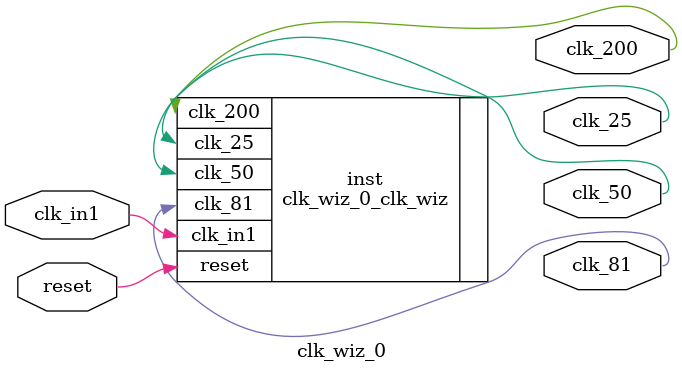
<source format=v>


`timescale 1ps/1ps

(* CORE_GENERATION_INFO = "clk_wiz_0,clk_wiz_v6_0_3_0_0,{component_name=clk_wiz_0,use_phase_alignment=true,use_min_o_jitter=false,use_max_i_jitter=false,use_dyn_phase_shift=false,use_inclk_switchover=false,use_dyn_reconfig=false,enable_axi=0,feedback_source=FDBK_AUTO,PRIMITIVE=MMCM,num_out_clk=4,clkin1_period=10.000,clkin2_period=10.000,use_power_down=false,use_reset=true,use_locked=false,use_inclk_stopped=false,feedback_type=SINGLE,CLOCK_MGR_TYPE=NA,manual_override=false}" *)

module clk_wiz_0 
 (
  // Clock out ports
  output        clk_81,
  output        clk_200,
  output        clk_25,
  output        clk_50,
  // Status and control signals
  input         reset,
 // Clock in ports
  input         clk_in1
 );

  clk_wiz_0_clk_wiz inst
  (
  // Clock out ports  
  .clk_81(clk_81),
  .clk_200(clk_200),
  .clk_25(clk_25),
  .clk_50(clk_50),
  // Status and control signals               
  .reset(reset), 
 // Clock in ports
  .clk_in1(clk_in1)
  );

endmodule

</source>
